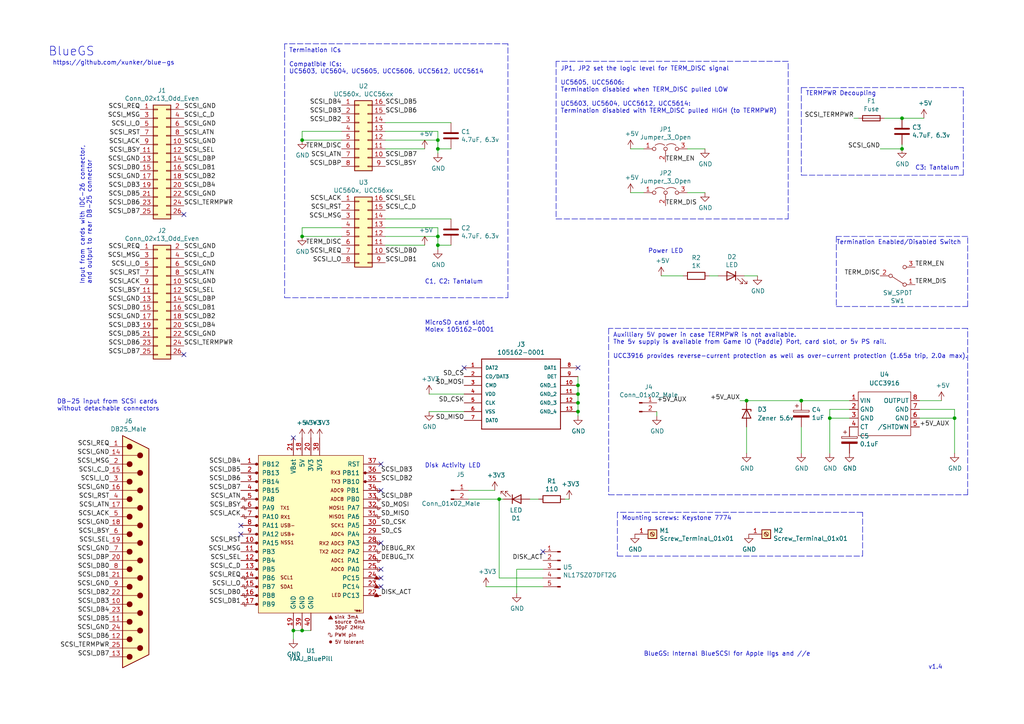
<source format=kicad_sch>
(kicad_sch (version 20211123) (generator eeschema)
  (paper "A4")
  (lib_symbols
    (symbol "105162-0001:105162-0001" (pin_names (offset 1.016))
      (property "Reference" "J" (at 29.21 7.62 0))
      (property "Value" "105162-0001" (at 29.21 5.08 0))
      (symbol "105162-0001_0_0"
        (pin bidirectional line (at 0 0 0) (length 5.08) (name "DAT2") (number "1"))
        (pin bidirectional line (at 33.02 -5.08 180) (length 5.08) (name "GND_1") (number "10"))
        (pin bidirectional line (at 33.02 -7.62 180) (length 5.08) (name "GND_2") (number "11"))
        (pin bidirectional line (at 33.02 -10.16 180) (length 5.08) (name "GND_3") (number "12"))
        (pin bidirectional line (at 33.02 -12.7 180) (length 5.08) (name "GND_4") (number "13"))
        (pin bidirectional line (at 0 -2.54 0) (length 5.08) (name "CD/DAT3") (number "2"))
        (pin bidirectional line (at 0 -5.08 0) (length 5.08) (name "CMD") (number "3"))
        (pin bidirectional line (at 0 -7.62 0) (length 5.08) (name "VDD") (number "4"))
        (pin bidirectional line (at 0 -10.16 0) (length 5.08) (name "CLK") (number "5"))
        (pin bidirectional line (at 0 -12.7 0) (length 5.08) (name "VSS") (number "6"))
        (pin bidirectional line (at 0 -15.24 0) (length 5.08) (name "DAT0") (number "7"))
        (pin bidirectional line (at 33.02 0 180) (length 5.08) (name "DAT1") (number "8"))
        (pin bidirectional line (at 33.02 -2.54 180) (length 5.08) (name "DET") (number "9"))
      )
    )
    (symbol "Connector:Conn_01x02_Male" (pin_names (offset 1.016) hide)
      (property "Reference" "J" (at 0 2.54 0))
      (property "Value" "Conn_01x02_Male" (at 0 -5.08 0))
      (symbol "Conn_01x02_Male_1_1"
        (pin passive line (at 5.08 0 180) (length 3.81) (name "Pin_1") (number "1"))
        (pin passive line (at 5.08 -2.54 180) (length 3.81) (name "Pin_2") (number "2"))
      )
    )
    (symbol "Connector:Conn_01x05_Male" (pin_names (offset 1.016) hide)
      (property "Reference" "J" (at 0 7.62 0))
      (property "Value" "Conn_01x05_Male" (at 0 -7.62 0))
      (symbol "Conn_01x05_Male_1_1"
        (pin passive line (at 5.08 5.08 180) (length 3.81) (name "Pin_1") (number "1"))
        (pin passive line (at 5.08 2.54 180) (length 3.81) (name "Pin_2") (number "2"))
        (pin passive line (at 5.08 0 180) (length 3.81) (name "Pin_3") (number "3"))
        (pin passive line (at 5.08 -2.54 180) (length 3.81) (name "Pin_4") (number "4"))
        (pin passive line (at 5.08 -5.08 180) (length 3.81) (name "Pin_5") (number "5"))
      )
    )
    (symbol "Connector:DB25_Male" (pin_names (offset 1.016) hide)
      (property "Reference" "J" (at 0 34.29 0))
      (property "Value" "DB25_Male" (at 0 -34.925 0))
      (symbol "DB25_Male_1_1"
        (pin passive line (at -7.62 -30.48 0) (length 3.81) (name "1") (number "1"))
        (pin passive line (at -7.62 15.24 0) (length 3.81) (name "10") (number "10"))
        (pin passive line (at -7.62 20.32 0) (length 3.81) (name "11") (number "11"))
        (pin passive line (at -7.62 25.4 0) (length 3.81) (name "12") (number "12"))
        (pin passive line (at -7.62 30.48 0) (length 3.81) (name "13") (number "13"))
        (pin passive line (at -7.62 -27.94 0) (length 3.81) (name "P14") (number "14"))
        (pin passive line (at -7.62 -22.86 0) (length 3.81) (name "P15") (number "15"))
        (pin passive line (at -7.62 -17.78 0) (length 3.81) (name "P16") (number "16"))
        (pin passive line (at -7.62 -12.7 0) (length 3.81) (name "P17") (number "17"))
        (pin passive line (at -7.62 -7.62 0) (length 3.81) (name "P18") (number "18"))
        (pin passive line (at -7.62 -2.54 0) (length 3.81) (name "P19") (number "19"))
        (pin passive line (at -7.62 -25.4 0) (length 3.81) (name "2") (number "2"))
        (pin passive line (at -7.62 2.54 0) (length 3.81) (name "P20") (number "20"))
        (pin passive line (at -7.62 7.62 0) (length 3.81) (name "P21") (number "21"))
        (pin passive line (at -7.62 12.7 0) (length 3.81) (name "P22") (number "22"))
        (pin passive line (at -7.62 17.78 0) (length 3.81) (name "P23") (number "23"))
        (pin passive line (at -7.62 22.86 0) (length 3.81) (name "P24") (number "24"))
        (pin passive line (at -7.62 27.94 0) (length 3.81) (name "P25") (number "25"))
        (pin passive line (at -7.62 -20.32 0) (length 3.81) (name "3") (number "3"))
        (pin passive line (at -7.62 -15.24 0) (length 3.81) (name "4") (number "4"))
        (pin passive line (at -7.62 -10.16 0) (length 3.81) (name "5") (number "5"))
        (pin passive line (at -7.62 -5.08 0) (length 3.81) (name "6") (number "6"))
        (pin passive line (at -7.62 0 0) (length 3.81) (name "7") (number "7"))
        (pin passive line (at -7.62 5.08 0) (length 3.81) (name "8") (number "8"))
        (pin passive line (at -7.62 10.16 0) (length 3.81) (name "9") (number "9"))
      )
    )
    (symbol "Connector:Screw_Terminal_01x01" (pin_names (offset 1.016) hide)
      (property "Reference" "J" (at 0 2.54 0))
      (property "Value" "Screw_Terminal_01x01" (at 0 -2.54 0))
      (symbol "Screw_Terminal_01x01_1_1"
        (pin passive line (at -5.08 0 0) (length 3.81) (name "Pin_1") (number "1"))
      )
    )
    (symbol "Connector_Generic:Conn_02x08_Counter_Clockwise" (pin_names (offset 1.016) hide)
      (property "Reference" "J" (at 1.27 10.16 0))
      (property "Value" "Conn_02x08_Counter_Clockwise" (at 1.27 -12.7 0))
      (symbol "Conn_02x08_Counter_Clockwise_1_1"
        (pin passive line (at -5.08 7.62 0) (length 3.81) (name "Pin_1") (number "1"))
        (pin passive line (at 7.62 -7.62 180) (length 3.81) (name "Pin_10") (number "10"))
        (pin passive line (at 7.62 -5.08 180) (length 3.81) (name "Pin_11") (number "11"))
        (pin passive line (at 7.62 -2.54 180) (length 3.81) (name "Pin_12") (number "12"))
        (pin passive line (at 7.62 0 180) (length 3.81) (name "Pin_13") (number "13"))
        (pin passive line (at 7.62 2.54 180) (length 3.81) (name "Pin_14") (number "14"))
        (pin passive line (at 7.62 5.08 180) (length 3.81) (name "Pin_15") (number "15"))
        (pin passive line (at 7.62 7.62 180) (length 3.81) (name "Pin_16") (number "16"))
        (pin passive line (at -5.08 5.08 0) (length 3.81) (name "Pin_2") (number "2"))
        (pin passive line (at -5.08 2.54 0) (length 3.81) (name "Pin_3") (number "3"))
        (pin passive line (at -5.08 0 0) (length 3.81) (name "Pin_4") (number "4"))
        (pin passive line (at -5.08 -2.54 0) (length 3.81) (name "Pin_5") (number "5"))
        (pin passive line (at -5.08 -5.08 0) (length 3.81) (name "Pin_6") (number "6"))
        (pin passive line (at -5.08 -7.62 0) (length 3.81) (name "Pin_7") (number "7"))
        (pin passive line (at -5.08 -10.16 0) (length 3.81) (name "Pin_8") (number "8"))
        (pin passive line (at 7.62 -10.16 180) (length 3.81) (name "Pin_9") (number "9"))
      )
    )
    (symbol "Connector_Generic:Conn_02x13_Odd_Even" (pin_names (offset 1.016) hide)
      (property "Reference" "J" (at 1.27 17.78 0))
      (property "Value" "Conn_02x13_Odd_Even" (at 1.27 -17.78 0))
      (symbol "Conn_02x13_Odd_Even_1_1"
        (pin passive line (at -5.08 15.24 0) (length 3.81) (name "Pin_1") (number "1"))
        (pin passive line (at 7.62 5.08 180) (length 3.81) (name "Pin_10") (number "10"))
        (pin passive line (at -5.08 2.54 0) (length 3.81) (name "Pin_11") (number "11"))
        (pin passive line (at 7.62 2.54 180) (length 3.81) (name "Pin_12") (number "12"))
        (pin passive line (at -5.08 0 0) (length 3.81) (name "Pin_13") (number "13"))
        (pin passive line (at 7.62 0 180) (length 3.81) (name "Pin_14") (number "14"))
        (pin passive line (at -5.08 -2.54 0) (length 3.81) (name "Pin_15") (number "15"))
        (pin passive line (at 7.62 -2.54 180) (length 3.81) (name "Pin_16") (number "16"))
        (pin passive line (at -5.08 -5.08 0) (length 3.81) (name "Pin_17") (number "17"))
        (pin passive line (at 7.62 -5.08 180) (length 3.81) (name "Pin_18") (number "18"))
        (pin passive line (at -5.08 -7.62 0) (length 3.81) (name "Pin_19") (number "19"))
        (pin passive line (at 7.62 15.24 180) (length 3.81) (name "Pin_2") (number "2"))
        (pin passive line (at 7.62 -7.62 180) (length 3.81) (name "Pin_20") (number "20"))
        (pin passive line (at -5.08 -10.16 0) (length 3.81) (name "Pin_21") (number "21"))
        (pin passive line (at 7.62 -10.16 180) (length 3.81) (name "Pin_22") (number "22"))
        (pin passive line (at -5.08 -12.7 0) (length 3.81) (name "Pin_23") (number "23"))
        (pin passive line (at 7.62 -12.7 180) (length 3.81) (name "Pin_24") (number "24"))
        (pin passive line (at -5.08 -15.24 0) (length 3.81) (name "Pin_25") (number "25"))
        (pin passive line (at 7.62 -15.24 180) (length 3.81) (name "Pin_26") (number "26"))
        (pin passive line (at -5.08 12.7 0) (length 3.81) (name "Pin_3") (number "3"))
        (pin passive line (at 7.62 12.7 180) (length 3.81) (name "Pin_4") (number "4"))
        (pin passive line (at -5.08 10.16 0) (length 3.81) (name "Pin_5") (number "5"))
        (pin passive line (at 7.62 10.16 180) (length 3.81) (name "Pin_6") (number "6"))
        (pin passive line (at -5.08 7.62 0) (length 3.81) (name "Pin_7") (number "7"))
        (pin passive line (at 7.62 7.62 180) (length 3.81) (name "Pin_8") (number "8"))
        (pin passive line (at -5.08 5.08 0) (length 3.81) (name "Pin_9") (number "9"))
      )
    )
    (symbol "Device:C" (pin_numbers hide) (pin_names (offset 0.254))
      (property "Reference" "C" (at 0.635 2.54 0))
      (property "Value" "C" (at 0.635 -2.54 0))
      (symbol "C_1_1"
        (pin passive line (at 0 3.81 270) (length 2.794) (name "~") (number "1"))
        (pin passive line (at 0 -3.81 90) (length 2.794) (name "~") (number "2"))
      )
    )
    (symbol "Device:D_Zener" (pin_numbers hide) (pin_names (offset 1.016) hide)
      (property "Reference" "D" (at 0 2.54 0))
      (property "Value" "D_Zener" (at 0 -2.54 0))
      (symbol "D_Zener_1_1"
        (pin passive line (at -3.81 0 0) (length 2.54) (name "K") (number "1"))
        (pin passive line (at 3.81 0 180) (length 2.54) (name "A") (number "2"))
      )
    )
    (symbol "Device:Fuse" (pin_numbers hide) (pin_names (offset 0))
      (property "Reference" "F" (at 2.032 0 90))
      (property "Value" "Fuse" (at -1.905 0 90))
      (symbol "Fuse_1_1"
        (pin passive line (at 0 3.81 270) (length 1.27) (name "~") (number "1"))
        (pin passive line (at 0 -3.81 90) (length 1.27) (name "~") (number "2"))
      )
    )
    (symbol "Device:LED" (pin_numbers hide) (pin_names (offset 1.016) hide)
      (property "Reference" "D" (at 0 2.54 0))
      (property "Value" "LED" (at 0 -2.54 0))
      (symbol "LED_1_1"
        (pin passive line (at -3.81 0 0) (length 2.54) (name "K") (number "1"))
        (pin passive line (at 3.81 0 180) (length 2.54) (name "A") (number "2"))
      )
    )
    (symbol "Device:R" (pin_numbers hide) (pin_names (offset 0))
      (property "Reference" "R" (at 2.032 0 90))
      (property "Value" "R" (at 0 0 90))
      (symbol "R_1_1"
        (pin passive line (at 0 3.81 270) (length 1.27) (name "~") (number "1"))
        (pin passive line (at 0 -3.81 90) (length 1.27) (name "~") (number "2"))
      )
    )
    (symbol "Power_Management:UCC3916"
      (property "Reference" "U" (at 0 2.54 0))
      (property "Value" "UCC3916" (at 0 5.08 0))
      (symbol "UCC3916_1_1"
        (pin input line (at -10.16 -1.27 0) (length 2.54) (name "VIN") (number "1"))
        (pin output line (at -10.16 -3.81 0) (length 2.54) (name "GND") (number "2"))
        (pin output line (at -10.16 -6.35 0) (length 2.54) (name "GND") (number "3"))
        (pin bidirectional line (at -10.16 -8.89 0) (length 2.54) (name "CT") (number "4"))
        (pin input line (at 10.16 -8.89 180) (length 2.54) (name "/SHTDWN") (number "5"))
        (pin output line (at 10.16 -6.35 180) (length 2.54) (name "GND") (number "6"))
        (pin output line (at 10.16 -3.81 180) (length 2.54) (name "GND") (number "7"))
        (pin output line (at 10.16 -1.27 180) (length 2.54) (name "OUTPUT") (number "8"))
      )
    )
    (symbol "Switch:SW_SPDT" (pin_names (offset 0) hide)
      (property "Reference" "SW" (at 0 4.318 0))
      (property "Value" "SW_SPDT" (at 0 -5.08 0))
      (symbol "SW_SPDT_1_1"
        (pin passive line (at 5.08 2.54 180) (length 2.54) (name "A") (number "1"))
        (pin passive line (at -5.08 0 0) (length 2.54) (name "B") (number "2"))
        (pin passive line (at 5.08 -2.54 180) (length 2.54) (name "C") (number "3"))
      )
    )
    (symbol "bluescsi_iigs_internal-rescue:CP-Device" (pin_numbers hide) (pin_names (offset 0.254))
      (property "Reference" "C" (at 0.635 2.54 0))
      (property "Value" "CP-Device" (at 0.635 -2.54 0))
      (symbol "CP-Device_1_1"
        (pin passive line (at 0 3.81 270) (length 2.794) (name "~") (number "1"))
        (pin passive line (at 0 -3.81 90) (length 2.794) (name "~") (number "2"))
      )
    )
    (symbol "bluescsi_iigs_internal-rescue:Jumper_3_Open-Jumper" (pin_names (offset 0) hide)
      (property "Reference" "JP" (at -2.54 -2.54 0))
      (property "Value" "Jumper_3_Open-Jumper" (at 0 2.794 0))
      (symbol "Jumper_3_Open-Jumper_1_1"
        (pin passive line (at -6.35 0 0) (length 2.54) (name "A") (number "1"))
        (pin input line (at 0 -3.81 90) (length 2.54) (name "C") (number "2"))
        (pin passive line (at 6.35 0 180) (length 2.54) (name "B") (number "3"))
      )
    )
    (symbol "bluescsi_iigs_internal-rescue:YAAJ_BluePill-MCU_ST_STM32F1" (pin_names (offset 1.016))
      (property "Reference" "U" (at -13.97 24.13 0))
      (property "Value" "YAAJ_BluePill-MCU_ST_STM32F1" (at 0 6.35 90))
      (symbol "YAAJ_BluePill-MCU_ST_STM32F1_0_0"
        (text "30pF 2MHz" (at 11.176 -27.051 0) (effects (font (size 0.9906 0.9906))))
        (text "5V tolerant" (at 11.176 -31.242 0) (effects (font (size 0.9906 0.9906))))
        (text "ADC0" (at 7.747 -10.16 0) (effects (font (size 0.9906 0.9906))))
        (text "ADC1" (at 7.747 -7.62 0) (effects (font (size 0.9906 0.9906))))
        (text "ADC2" (at 7.747 -5.08 0) (effects (font (size 0.9906 0.9906))))
        (text "ADC3" (at 7.747 -2.667 0) (effects (font (size 0.9906 0.9906))))
        (text "ADC4" (at 7.747 0 0) (effects (font (size 0.9906 0.9906))))
        (text "ADC8" (at 7.62 10.16 0) (effects (font (size 0.9906 0.9906))))
        (text "ADC9" (at 7.62 12.7 0) (effects (font (size 0.9906 0.9906))))
        (text "LED" (at 7.366 -17.653 0) (effects (font (size 0.9906 0.9906))))
        (text "MISO1" (at 7.493 5.08 0) (effects (font (size 0.9906 0.9906))))
        (text "MOSI1" (at 7.493 7.62 0) (effects (font (size 0.9906 0.9906))))
        (text "NSS1" (at -6.858 -2.413 0) (effects (font (size 0.9906 0.9906))))
        (text "PWM pin" (at 10.033 -29.21 0) (effects (font (size 0.9906 0.9906))))
        (text "RX1" (at -7.366 4.953 0) (effects (font (size 0.9906 0.9906))))
        (text "RX2" (at 3.81 -2.667 0) (effects (font (size 0.9906 0.9906))))
        (text "RX3" (at 7.112 17.78 0) (effects (font (size 0.9906 0.9906))))
        (text "SCK1" (at 7.747 2.54 0) (effects (font (size 0.9906 0.9906))))
        (text "SCL1" (at -6.985 -12.573 0) (effects (font (size 0.9906 0.9906))))
        (text "SDA1" (at -6.985 -15.24 0) (effects (font (size 0.9906 0.9906))))
        (text "sink 3mA" (at 10.287 -24.003 0) (effects (font (size 0.9906 0.9906))))
        (text "source 0mA" (at 11.303 -25.4 0) (effects (font (size 0.9906 0.9906))))
        (text "TX1" (at -7.493 7.62 0) (effects (font (size 0.9906 0.9906))))
        (text "TX2" (at 3.81 -5.08 0) (effects (font (size 0.9906 0.9906))))
        (text "TX3" (at 7.239 15.24 0) (effects (font (size 0.9906 0.9906))))
        (text "USB+" (at -6.731 0 0) (effects (font (size 0.9906 0.9906))))
        (text "USB-" (at -6.731 2.54 0) (effects (font (size 0.9906 0.9906))))
        (text "Y@@J" (at 13.6906 -22.1488 0) (effects (font (size 0.508 0.508))))
      )
      (symbol "YAAJ_BluePill-MCU_ST_STM32F1_1_1"
        (pin bidirectional line (at -20.32 20.32 0) (length 5.08) (name "PB12") (number "1"))
        (pin bidirectional line (at -20.32 -2.54 0) (length 5.08) (name "PA15") (number "10"))
        (pin bidirectional line (at -20.32 -5.08 0) (length 5.08) (name "PB3") (number "11"))
        (pin bidirectional line (at -20.32 -7.62 0) (length 5.08) (name "PB4") (number "12"))
        (pin bidirectional line (at -20.32 -10.16 0) (length 5.08) (name "PB5") (number "13"))
        (pin bidirectional line (at -20.32 -12.7 0) (length 5.08) (name "PB6") (number "14"))
        (pin bidirectional line (at -20.32 -15.24 0) (length 5.08) (name "PB7") (number "15"))
        (pin bidirectional line (at -20.32 -17.78 0) (length 5.08) (name "PB8") (number "16"))
        (pin bidirectional line (at -20.32 -20.32 0) (length 5.08) (name "PB9") (number "17"))
        (pin power_in line (at -2.54 27.94 270) (length 5.08) (name "5V") (number "18"))
        (pin power_in line (at -5.08 -27.94 90) (length 5.08) (name "GND") (number "19"))
        (pin bidirectional line (at -20.32 17.78 0) (length 5.08) (name "PB13") (number "2"))
        (pin power_in line (at 0 27.94 270) (length 5.08) (name "3V3") (number "20"))
        (pin power_in line (at -5.08 27.94 270) (length 5.08) (name "VBat") (number "21"))
        (pin bidirectional line (at 20.32 -17.78 180) (length 5.08) (name "PC13") (number "22"))
        (pin bidirectional line (at 20.32 -15.24 180) (length 5.08) (name "PC14") (number "23"))
        (pin bidirectional line (at 20.32 -12.7 180) (length 5.08) (name "PC15") (number "24"))
        (pin bidirectional line (at 20.32 -10.16 180) (length 5.08) (name "PA0") (number "25"))
        (pin bidirectional line (at 20.32 -7.62 180) (length 5.08) (name "PA1") (number "26"))
        (pin bidirectional line (at 20.32 -5.08 180) (length 5.08) (name "PA2") (number "27"))
        (pin bidirectional line (at 20.32 -2.54 180) (length 5.08) (name "PA3") (number "28"))
        (pin bidirectional line (at 20.32 0 180) (length 5.08) (name "PA4") (number "29"))
        (pin bidirectional line (at -20.32 15.24 0) (length 5.08) (name "PB14") (number "3"))
        (pin bidirectional line (at 20.32 2.54 180) (length 5.08) (name "PA5") (number "30"))
        (pin bidirectional line (at 20.32 5.08 180) (length 5.08) (name "PA6") (number "31"))
        (pin bidirectional line (at 20.32 7.62 180) (length 5.08) (name "PA7") (number "32"))
        (pin bidirectional line (at 20.32 10.16 180) (length 5.08) (name "PB0") (number "33"))
        (pin bidirectional line (at 20.32 12.7 180) (length 5.08) (name "PB1") (number "34"))
        (pin bidirectional line (at 20.32 15.24 180) (length 5.08) (name "PB10") (number "35"))
        (pin bidirectional line (at 20.32 17.78 180) (length 5.08) (name "PB11") (number "36"))
        (pin input line (at 20.32 20.32 180) (length 5.08) (name "RST") (number "37"))
        (pin power_in line (at 2.54 27.94 270) (length 5.08) (name "3V3") (number "38"))
        (pin power_in line (at -2.54 -27.94 90) (length 5.08) (name "GND") (number "39"))
        (pin bidirectional line (at -20.32 12.7 0) (length 5.08) (name "PB15") (number "4"))
        (pin power_in line (at 0 -27.94 90) (length 5.08) (name "GND") (number "40"))
        (pin bidirectional line (at -20.32 10.16 0) (length 5.08) (name "PA8") (number "5"))
        (pin bidirectional line (at -20.32 7.62 0) (length 5.08) (name "PA9") (number "6"))
        (pin bidirectional line (at -20.32 5.08 0) (length 5.08) (name "PA10") (number "7"))
        (pin bidirectional line (at -20.32 2.54 0) (length 5.08) (name "PA11") (number "8"))
        (pin bidirectional line (at -20.32 0 0) (length 5.08) (name "PA12") (number "9"))
      )
    )
    (symbol "power:+3.3V" (power) (pin_names (offset 0))
      (property "Value" "+3.3V" (at 0 3.556 0))
      (symbol "+3.3V_1_1"
        (pin power_in line (at 0 0 90) (length 0) hide (name "+3V3") (number "1"))
      )
    )
    (symbol "power:+5V" (power) (pin_names (offset 0))
      (property "Value" "+5V" (at 0 3.556 0))
      (symbol "+5V_1_1"
        (pin power_in line (at 0 0 90) (length 0) hide (name "+5V") (number "1"))
      )
    )
    (symbol "power:GND" (power) (pin_names (offset 0))
      (property "Value" "GND" (at 0 -3.81 0))
      (symbol "GND_1_1"
        (pin power_in line (at 0 0 270) (length 0) hide (name "GND") (number "1"))
      )
    )
  )
  (junction (at 87.63 40.64))
  (junction (at 127 40.64))
  (junction (at 167.64 119.38))
  (junction (at 127 68.58))
  (junction (at 261.62 34.29))
  (junction (at 144.78 144.78))
  (junction (at 167.64 114.3))
  (junction (at 167.64 116.84))
  (junction (at 85.09 182.88))
  (junction (at 127 43.18))
  (junction (at 276.86 121.285))
  (junction (at 87.63 182.88))
  (junction (at 127 71.12))
  (junction (at 232.41 116.205))
  (junction (at 240.665 121.285))
  (junction (at 87.63 68.58))
  (junction (at 167.64 111.76))
  (junction (at 261.62 43.18))
  (junction (at 216.535 116.205))
  (no_connect (at 53.34 62.23))
  (no_connect (at 53.34 102.87))
  (no_connect (at 85.09 127))
  (no_connect (at 69.85 154.94))
  (no_connect (at 110.49 157.48))
  (no_connect (at 110.49 142.24))
  (no_connect (at 134.62 106.68))
  (no_connect (at 110.49 170.18))
  (no_connect (at 110.49 134.62))
  (no_connect (at 69.85 152.4))
  (no_connect (at 157.48 160.02))
  (no_connect (at 167.64 106.68))
  (no_connect (at 110.49 167.64))
  (no_connect (at 110.49 165.1))
  (wire (pts (xy 216.535 116.205) (xy 232.41 116.205)))
  (polyline (pts (xy 228.6 63.5) (xy 228.6 17.78)))
  (wire (pts (xy 87.63 38.1) (xy 87.63 40.64)))
  (polyline (pts (xy 228.6 17.78) (xy 161.29 17.78)))
  (wire (pts (xy 266.7 116.205) (xy 273.05 116.205)))
  (polyline (pts (xy 280.67 68.58) (xy 242.57 68.58)))
  (wire (pts (xy 199.39 55.88) (xy 204.47 55.88)))
  (wire (pts (xy 276.86 131.445) (xy 276.86 121.285)))
  (wire (pts (xy 199.39 43.18) (xy 204.47 43.18)))
  (wire (pts (xy 127 38.1) (xy 127 40.64)))
  (polyline (pts (xy 242.57 68.58) (xy 242.57 88.9)))
  (wire (pts (xy 167.64 114.3) (xy 167.64 116.84)))
  (wire (pts (xy 232.41 116.205) (xy 246.38 116.205)))
  (wire (pts (xy 130.81 43.18) (xy 127 43.18)))
  (wire (pts (xy 216.535 123.825) (xy 216.535 131.445)))
  (wire (pts (xy 240.665 121.285) (xy 240.665 131.445)))
  (polyline (pts (xy 179.07 161.29) (xy 250.19 161.29)))
  (wire (pts (xy 232.41 123.825) (xy 232.41 131.445)))
  (wire (pts (xy 127 68.58) (xy 127 71.12)))
  (wire (pts (xy 111.76 71.12) (xy 123.19 71.12)))
  (wire (pts (xy 87.63 182.88) (xy 90.17 182.88)))
  (wire (pts (xy 85.09 182.88) (xy 85.09 185.42)))
  (wire (pts (xy 246.38 118.745) (xy 240.665 118.745)))
  (wire (pts (xy 111.76 35.56) (xy 130.81 35.56)))
  (wire (pts (xy 182.88 55.88) (xy 186.69 55.88)))
  (polyline (pts (xy 279.4 50.8) (xy 279.4 25.4)))
  (wire (pts (xy 87.63 40.64) (xy 99.06 40.64)))
  (wire (pts (xy 167.64 119.38) (xy 167.64 120.65)))
  (wire (pts (xy 167.64 111.76) (xy 167.64 114.3)))
  (wire (pts (xy 111.76 40.64) (xy 127 40.64)))
  (wire (pts (xy 157.48 165.1) (xy 149.86 165.1)))
  (polyline (pts (xy 176.53 95.25) (xy 176.53 143.51)))
  (wire (pts (xy 198.12 80.01) (xy 191.77 80.01)))
  (wire (pts (xy 111.76 43.18) (xy 123.19 43.18)))
  (polyline (pts (xy 232.41 25.4) (xy 279.4 25.4)))
  (wire (pts (xy 87.63 66.04) (xy 99.06 66.04)))
  (polyline (pts (xy 161.29 17.78) (xy 161.29 63.5)))
  (wire (pts (xy 144.78 167.64) (xy 144.78 144.78)))
  (wire (pts (xy 140.97 170.18) (xy 157.48 170.18)))
  (polyline (pts (xy 161.29 63.5) (xy 228.6 63.5)))
  (polyline (pts (xy 147.32 86.36) (xy 147.32 12.7)))
  (wire (pts (xy 163.83 144.78) (xy 165.1 144.78)))
  (polyline (pts (xy 280.67 95.25) (xy 176.53 95.25)))
  (wire (pts (xy 261.62 43.18) (xy 261.62 41.91)))
  (wire (pts (xy 261.62 34.29) (xy 267.97 34.29)))
  (wire (pts (xy 167.64 109.22) (xy 167.64 111.76)))
  (wire (pts (xy 144.78 144.78) (xy 146.05 144.78)))
  (wire (pts (xy 240.665 121.285) (xy 246.38 121.285)))
  (wire (pts (xy 157.48 167.64) (xy 144.78 167.64)))
  (polyline (pts (xy 250.19 161.29) (xy 250.19 148.59)))
  (wire (pts (xy 190.5 119.38) (xy 190.5 120.65)))
  (wire (pts (xy 240.665 118.745) (xy 240.665 121.285)))
  (wire (pts (xy 87.63 66.04) (xy 87.63 68.58)))
  (polyline (pts (xy 280.67 88.9) (xy 280.67 68.58)))
  (wire (pts (xy 276.86 121.285) (xy 276.86 118.745)))
  (wire (pts (xy 127 43.18) (xy 127 44.45)))
  (wire (pts (xy 111.76 38.1) (xy 127 38.1)))
  (polyline (pts (xy 232.41 50.8) (xy 279.4 50.8)))
  (wire (pts (xy 266.7 121.285) (xy 276.86 121.285)))
  (wire (pts (xy 266.7 118.745) (xy 276.86 118.745)))
  (wire (pts (xy 135.89 144.78) (xy 144.78 144.78)))
  (wire (pts (xy 124.46 114.3) (xy 134.62 114.3)))
  (wire (pts (xy 87.63 68.58) (xy 99.06 68.58)))
  (wire (pts (xy 214.63 116.205) (xy 216.535 116.205)))
  (wire (pts (xy 167.64 116.84) (xy 167.64 119.38)))
  (polyline (pts (xy 179.07 148.59) (xy 179.07 161.29)))
  (wire (pts (xy 256.54 34.29) (xy 261.62 34.29)))
  (polyline (pts (xy 280.67 143.51) (xy 280.67 95.25)))
  (wire (pts (xy 135.89 142.24) (xy 143.51 142.24)))
  (polyline (pts (xy 82.55 86.36) (xy 147.32 86.36)))
  (wire (pts (xy 111.76 66.04) (xy 127 66.04)))
  (wire (pts (xy 87.63 38.1) (xy 99.06 38.1)))
  (wire (pts (xy 127 71.12) (xy 127 72.39)))
  (wire (pts (xy 134.62 119.38) (xy 124.46 119.38)))
  (polyline (pts (xy 250.19 148.59) (xy 179.07 148.59)))
  (polyline (pts (xy 242.57 88.9) (xy 280.67 88.9)))
  (polyline (pts (xy 82.55 12.7) (xy 82.55 86.36)))
  (polyline (pts (xy 232.41 25.4) (xy 232.41 50.8)))
  (polyline (pts (xy 176.53 143.51) (xy 280.67 143.51)))
  (wire (pts (xy 182.88 43.18) (xy 186.69 43.18)))
  (wire (pts (xy 111.76 68.58) (xy 127 68.58)))
  (wire (pts (xy 255.27 43.18) (xy 261.62 43.18)))
  (wire (pts (xy 149.86 165.1) (xy 149.86 172.085)))
  (wire (pts (xy 205.74 80.01) (xy 208.28 80.01)))
  (polyline (pts (xy 147.32 12.7) (xy 82.55 12.7)))
  (wire (pts (xy 153.67 144.78) (xy 156.21 144.78)))
  (wire (pts (xy 127 66.04) (xy 127 68.58)))
  (wire (pts (xy 247.65 34.29) (xy 248.92 34.29)))
  (wire (pts (xy 127 40.64) (xy 127 43.18)))
  (wire (pts (xy 85.09 182.88) (xy 87.63 182.88)))
  (wire (pts (xy 130.81 71.12) (xy 127 71.12)))
  (wire (pts (xy 215.9 80.01) (xy 219.71 80.01)))
  (wire (pts (xy 111.76 63.5) (xy 130.81 63.5)))
  (text "C3: Tantalum" (at 265.43 49.53 0) (effects (font (size 1.27 1.27)) (justify left bottom)))
  (text "BlueGS" (at 13.97 16.51 0) (effects (font (size 2.54 2.54)) (justify left bottom)))
  (text "Termination Enabled/Disabled Switch" (at 242.57 71.12 0) (effects (font (size 1.27 1.27)) (justify left bottom)))
  (text "Power LED" (at 187.96 73.66 0) (effects (font (size 1.27 1.27)) (justify left bottom)))
  (text "https://github.com/xunker/blue-gs" (at 15.24 19.05 0) (effects (font (size 1.27 1.27)) (justify left bottom)))
  (text "JP1, JP2 set the logic level for TERM_DISC signal\n\nUC5605, UCC5606:\nTermination disabled when TERM_DISC pulled LOW\n\nUC5603, UC5604, UCC5612, UCC5614:\nTermination disabled with TERM_DISC pulled HIGH (to TERMPWR)" (at 162.56 33.02 0) (effects (font (size 1.27 1.27)) (justify left bottom)))
  (text "DB-25 input from SCSI cards\nwithout detachable connectors" (at 16.51 119.38 0) (effects (font (size 1.27 1.27)) (justify left bottom)))
  (text "C1, C2: Tantalum" (at 123.19 82.55 0) (effects (font (size 1.27 1.27)) (justify left bottom)))
  (text "Mounting screws: Keystone 7774" (at 180.34 151.13 0) (effects (font (size 1.27 1.27)) (justify left bottom)))
  (text "Auxilliary 5V power in case TERMPWR is not available.\nThe 5v supply is available from Game IO (Paddle) Port, card slot, or 5v PS rail.\n\nUCC3916 provides reverse-current protection as well as over-current protection (1.65a trip, 2.0a max)." (at 177.8 104.14 0) (effects (font (size 1.27 1.27)) (justify left bottom)))
  (text "BlueGS: Internal BlueSCSI for Apple IIgs and //e" (at 186.69 190.5 0) (effects (font (size 1.27 1.27)) (justify left bottom)))
  (text "Disk Activity LED" (at 123.19 135.89 0) (effects (font (size 1.27 1.27)) (justify left bottom)))
  (text "Input from cards with IDC-26 connector,\nand output to rear DB-25 connector" (at 26.67 82.55 90) (effects (font (size 1.27 1.27)) (justify left bottom)))
  (text "MicroSD card slot\nMolex 105162-0001" (at 123.19 96.52 0) (effects (font (size 1.27 1.27)) (justify left bottom)))
  (text "TERMPWR Decoupling" (at 233.68 27.94 0) (effects (font (size 1.27 1.27)) (justify left bottom)))
  (text "Termination ICs\n\nCompatible ICs:\nUC5603, UC5604, UC5605, UCC5606, UCC5612, UCC5614" (at 83.82 21.59 0) (effects (font (size 1.27 1.27)) (justify left bottom)))
  (text "v1.4" (at 269.24 194.31 0) (effects (font (size 1.27 1.27)) (justify left bottom)))
  (label "SCSI_GND" (at 53.34 31.75 0))
  (label "SCSI_DB2" (at 110.49 139.7 0))
  (label "SCSI_DB6" (at 40.64 100.33 180))
  (label "SCSI_DB4" (at 53.34 95.25 0))
  (label "SD_MOSI" (at 110.49 147.32 0))
  (label "SCSI_MSG" (at 31.75 134.62 180))
  (label "SCSI_C_D" (at 111.76 60.96 0))
  (label "SCSI_GND" (at 31.75 142.24 180))
  (label "SCSI_GND" (at 40.64 46.99 180))
  (label "SCSI_GND" (at 53.34 36.83 0))
  (label "TERM_EN" (at 265.43 77.47 0))
  (label "SCSI_DB7" (at 40.64 62.23 180))
  (label "SCSI_DB1" (at 53.34 49.53 0))
  (label "SCSI_DB3" (at 110.49 137.16 0))
  (label "+5V_AUX" (at 266.7 123.825 0))
  (label "SCSI_TERMPWR" (at 53.34 100.33 0))
  (label "SCSI_DB0" (at 31.75 165.1 180))
  (label "SCSI_DB2" (at 99.06 35.56 180))
  (label "SCSI_BSY" (at 69.85 147.32 180))
  (label "SCSI_RST" (at 40.64 80.01 180))
  (label "SCSI_TERMPWR" (at 31.75 187.96 180))
  (label "SCSI_GND" (at 53.34 41.91 0))
  (label "SCSI_I_O" (at 31.75 139.7 180))
  (label "SCSI_ATN" (at 53.34 80.01 0))
  (label "SCSI_DB1" (at 111.76 76.2 0))
  (label "SCSI_BSY" (at 40.64 44.45 180))
  (label "SCSI_DB5" (at 40.64 97.79 180))
  (label "DISK_ACT" (at 110.49 172.72 0))
  (label "SCSI_REQ" (at 40.64 72.39 180))
  (label "SCSI_I_O" (at 40.64 36.83 180))
  (label "SCSI_SEL" (at 111.76 58.42 0))
  (label "SCSI_I_O" (at 69.85 170.18 180))
  (label "SCSI_DB6" (at 69.85 139.7 180))
  (label "TERM_DIS" (at 265.43 82.55 0))
  (label "SCSI_DB4" (at 53.34 54.61 0))
  (label "SCSI_GND" (at 40.64 87.63 180))
  (label "SD_MISO" (at 110.49 149.86 0))
  (label "SCSI_GND" (at 40.64 92.71 180))
  (label "SCSI_C_D" (at 53.34 74.93 0))
  (label "SD_CSK" (at 134.62 116.84 180))
  (label "SCSI_REQ" (at 99.06 73.66 180))
  (label "DEBUG_RX" (at 110.49 160.02 0))
  (label "SCSI_RST" (at 69.85 157.48 180))
  (label "SCSI_DB2" (at 53.34 92.71 0))
  (label "SCSI_DB0" (at 111.76 73.66 0))
  (label "TERM_DIS" (at 193.04 59.69 0))
  (label "TERM_DISC" (at 255.27 80.01 180))
  (label "SCSI_MSG" (at 99.06 63.5 180))
  (label "SCSI_GND" (at 53.34 57.15 0))
  (label "SD_MISO" (at 134.62 121.92 180))
  (label "SCSI_DB4" (at 69.85 134.62 180))
  (label "SCSI_MSG" (at 40.64 34.29 180))
  (label "SCSI_DBP" (at 53.34 87.63 0))
  (label "SCSI_TERMPWR" (at 53.34 59.69 0))
  (label "SCSI_C_D" (at 53.34 34.29 0))
  (label "SCSI_ATN" (at 69.85 144.78 180))
  (label "SCSI_RST" (at 31.75 144.78 180))
  (label "SCSI_DB6" (at 111.76 33.02 0))
  (label "SCSI_REQ" (at 69.85 167.64 180))
  (label "SCSI_DB3" (at 40.64 95.25 180))
  (label "SCSI_I_O" (at 99.06 76.2 180))
  (label "SCSI_DB2" (at 53.34 52.07 0))
  (label "SD_CS" (at 110.49 154.94 0))
  (label "SCSI_DB5" (at 40.64 57.15 180))
  (label "SCSI_GND" (at 53.34 72.39 0))
  (label "SCSI_BSY" (at 40.64 85.09 180))
  (label "SCSI_ACK" (at 31.75 149.86 180))
  (label "SCSI_DB3" (at 99.06 33.02 180))
  (label "SCSI_DBP" (at 53.34 46.99 0))
  (label "SCSI_TERMPWR" (at 247.65 34.29 180))
  (label "DEBUG_TX" (at 110.49 162.56 0))
  (label "SCSI_MSG" (at 69.85 160.02 180))
  (label "SD_CSK" (at 110.49 152.4 0))
  (label "SCSI_SEL" (at 53.34 85.09 0))
  (label "TERM_EN" (at 193.04 46.99 0))
  (label "SCSI_DB7" (at 40.64 102.87 180))
  (label "SCSI_SEL" (at 31.75 157.48 180))
  (label "SCSI_RST" (at 99.06 60.96 180))
  (label "SCSI_DB3" (at 31.75 175.26 180))
  (label "SCSI_DB6" (at 40.64 59.69 180))
  (label "SCSI_GND" (at 40.64 52.07 180))
  (label "SCSI_DB2" (at 31.75 172.72 180))
  (label "SCSI_GND" (at 31.75 132.08 180))
  (label "SCSI_DB1" (at 53.34 90.17 0))
  (label "SCSI_DB5" (at 69.85 137.16 180))
  (label "SCSI_GND" (at 31.75 152.4 180))
  (label "SD_CS" (at 134.62 109.22 180))
  (label "SCSI_DB7" (at 69.85 142.24 180))
  (label "SCSI_C_D" (at 31.75 137.16 180))
  (label "SCSI_DB6" (at 31.75 185.42 180))
  (label "SCSI_ACK" (at 40.64 41.91 180))
  (label "SCSI_DB5" (at 111.76 30.48 0))
  (label "SCSI_BSY" (at 31.75 154.94 180))
  (label "SCSI_ACK" (at 69.85 149.86 180))
  (label "SCSI_GND" (at 53.34 82.55 0))
  (label "SCSI_I_O" (at 40.64 77.47 180))
  (label "SCSI_BSY" (at 111.76 48.26 0))
  (label "SCSI_RST" (at 40.64 39.37 180))
  (label "SCSI_DB7" (at 111.76 45.72 0))
  (label "SCSI_GND" (at 31.75 160.02 180))
  (label "+5V_AUX" (at 214.63 116.205 180))
  (label "SCSI_DB4" (at 99.06 30.48 180))
  (label "TERM_DISC" (at 99.06 71.12 180))
  (label "SCSI_SEL" (at 53.34 44.45 0))
  (label "SCSI_GND" (at 255.27 43.18 180))
  (label "SCSI_REQ" (at 31.75 129.54 180))
  (label "SCSI_GND" (at 53.34 77.47 0))
  (label "SCSI_C_D" (at 69.85 165.1 180))
  (label "SCSI_DB3" (at 40.64 54.61 180))
  (label "SCSI_DB4" (at 31.75 177.8 180))
  (label "SCSI_ATN" (at 53.34 39.37 0))
  (label "SCSI_ATN" (at 31.75 147.32 180))
  (label "DISK_ACT" (at 157.48 162.56 180))
  (label "SCSI_DBP" (at 31.75 162.56 180))
  (label "TERM_DISC" (at 99.06 43.18 180))
  (label "SCSI_ATN" (at 99.06 45.72 180))
  (label "SCSI_SEL" (at 69.85 162.56 180))
  (label "SCSI_DBP" (at 99.06 48.26 180))
  (label "SCSI_DB1" (at 31.75 167.64 180))
  (label "SD_MOSI" (at 134.62 111.76 180))
  (label "SCSI_GND" (at 31.75 182.88 180))
  (label "SCSI_DB0" (at 69.85 172.72 180))
  (label "SCSI_GND" (at 31.75 170.18 180))
  (label "SCSI_DB7" (at 31.75 190.5 180))
  (label "SCSI_ACK" (at 99.06 58.42 180))
  (label "SCSI_DB0" (at 40.64 90.17 180))
  (label "SCSI_DB0" (at 40.64 49.53 180))
  (label "SCSI_GND" (at 53.34 97.79 0))
  (label "SCSI_REQ" (at 40.64 31.75 180))
  (label "SCSI_ACK" (at 40.64 82.55 180))
  (label "SCSI_DB5" (at 31.75 180.34 180))
  (label "SCSI_MSG" (at 40.64 74.93 180))
  (label "SCSI_DB1" (at 69.85 175.26 180))
  (label "SCSI_DBP" (at 110.49 144.78 0))
  (label "+5V_AUX" (at 190.5 116.84 0))
  (symbol (lib_id "bluescsi_iigs_internal-rescue:YAAJ_BluePill-MCU_ST_STM32F1") (at 90.17 154.94 0) (unit 1)
    (property "Reference" "U1" (at 90.17 188.7474 0))
    (property "Value" "YAAJ_BluePill" (at 90.17 191.0588 0))
    (property "Footprint" "my library:YAAJ_BluePill_2" (effects hide))
  )
  (symbol (lib_id "Connector_Generic:Conn_02x13_Odd_Even") (at 45.72 46.99 0) (unit 1)
    (property "Reference" "J1" (at 46.99 26.2382 0))
    (property "Value" "Conn_02x13_Odd_Even" (at 46.99 28.5496 0))
    (property "Footprint" "Connector_PinHeader_2.54mm:PinHeader_2x13_P2.54mm_Vertical" (effects hide))
  )
  (symbol (lib_id "Connector_Generic:Conn_02x13_Odd_Even") (at 45.72 87.63 0) (unit 1)
    (property "Reference" "J2" (at 46.99 66.8782 0))
    (property "Value" "Conn_02x13_Odd_Even" (at 46.99 69.1896 0))
    (property "Footprint" "Connector_PinHeader_2.54mm:PinHeader_2x13_P2.54mm_Vertical" (effects hide))
  )
  (symbol (lib_id "power:+5V") (at 267.97 34.29 0) (unit 1)
    (property "Reference" "#PWR0101" (effects hide))
    (property "Value" "+5V" (at 268.351 29.8958 0))
  )
  (symbol (lib_id "power:GND") (at 261.62 43.18 0) (unit 1)
    (property "Reference" "#PWR0102" (effects hide))
    (property "Value" "GND" (at 261.747 47.5742 0))
  )
  (symbol (lib_id "power:GND") (at 85.09 185.42 0) (unit 1)
    (property "Reference" "#PWR0103" (effects hide))
    (property "Value" "GND" (at 85.217 189.8142 0))
  )
  (symbol (lib_id "power:+5V") (at 87.63 127 0) (unit 1)
    (property "Reference" "#PWR0104" (effects hide))
    (property "Value" "+5V" (at 88.011 122.6058 0))
  )
  (symbol (lib_id "power:+3.3V") (at 124.46 114.3 0) (unit 1)
    (property "Reference" "#PWR0105" (effects hide))
    (property "Value" "+3.3V" (at 124.841 109.9058 0))
  )
  (symbol (lib_id "power:+3.3V") (at 90.17 127 0) (unit 1)
    (property "Reference" "#PWR0106" (effects hide))
    (property "Value" "+3.3V" (at 90.551 122.6058 0))
  )
  (symbol (lib_id "power:+3.3V") (at 92.71 127 0) (unit 1)
    (property "Reference" "#PWR0107" (effects hide))
    (property "Value" "+3.3V" (at 93.091 122.6058 0))
  )
  (symbol (lib_id "power:GND") (at 167.64 120.65 0) (unit 1)
    (property "Reference" "#PWR0108" (effects hide))
    (property "Value" "GND" (at 167.767 125.0442 0))
  )
  (symbol (lib_id "Switch:SW_SPDT") (at 260.35 80.01 0) (mirror x) (unit 1)
    (property "Reference" "SW1" (at 260.35 87.249 0))
    (property "Value" "SW_SPDT" (at 260.35 84.9376 0))
    (property "Footprint" "Button_Switch_SMD:SW_SPDT_PCM12" (effects hide))
  )
  (symbol (lib_id "Device:LED") (at 212.09 80.01 0) (mirror y) (unit 1)
    (property "Reference" "D2" (at 212.2678 74.4982 0))
    (property "Value" "LED" (at 212.2678 76.8096 0))
    (property "Footprint" "LED_SMD:LED_0805_2012Metric_Pad1.15x1.40mm_HandSolder" (effects hide))
  )
  (symbol (lib_id "Device:LED") (at 149.86 144.78 0) (mirror x) (unit 1)
    (property "Reference" "D1" (at 149.6822 150.2918 0))
    (property "Value" "LED" (at 149.6822 147.9804 0))
    (property "Footprint" "LED_SMD:LED_0805_2012Metric_Pad1.15x1.40mm_HandSolder" (effects hide))
  )
  (symbol (lib_id "Device:R") (at 160.02 144.78 270) (unit 1)
    (property "Reference" "R1" (at 160.02 139.5222 90))
    (property "Value" "110" (at 160.02 141.8336 90))
    (property "Footprint" "Resistor_SMD:R_0805_2012Metric_Pad1.20x1.40mm_HandSolder" (effects hide))
  )
  (symbol (lib_id "Device:R") (at 201.93 80.01 270) (unit 1)
    (property "Reference" "R2" (at 201.93 74.7522 90))
    (property "Value" "1K" (at 201.93 77.0636 90))
    (property "Footprint" "Resistor_SMD:R_0805_2012Metric_Pad1.20x1.40mm_HandSolder" (effects hide))
  )
  (symbol (lib_id "power:GND") (at 219.71 80.01 0) (unit 1)
    (property "Reference" "#PWR0111" (effects hide))
    (property "Value" "GND" (at 219.837 84.4042 0))
  )
  (symbol (lib_id "power:+5V") (at 191.77 80.01 0) (unit 1)
    (property "Reference" "#PWR0113" (effects hide))
    (property "Value" "+5V" (at 192.151 75.6158 0))
  )
  (symbol (lib_id "Connector_Generic:Conn_02x08_Counter_Clockwise") (at 104.14 38.1 0) (unit 1)
    (property "Reference" "U2" (at 105.41 24.9682 0))
    (property "Value" "UC560x, UCC56xx" (at 105.41 27.2796 0))
    (property "Footprint" "my library:SOIC127P600X175-16N" (effects hide))
  )
  (symbol (lib_id "Device:C") (at 261.62 38.1 0) (unit 1)
    (property "Reference" "C3" (at 264.541 36.9316 0) (effects (justify left)))
    (property "Value" "4.7uF, 6.3v" (at 264.541 39.243 0) (effects (justify left)))
    (property "Footprint" "Capacitor_Tantalum_SMD:CP_EIA-3528-21_Kemet-B_Pad1.50x2.35mm_HandSolder" (effects hide))
  )
  (symbol (lib_id "Device:C") (at 130.81 39.37 0) (unit 1)
    (property "Reference" "C1" (at 133.731 38.2016 0) (effects (justify left)))
    (property "Value" "4.7uF, 6.3v" (at 133.731 40.513 0) (effects (justify left)))
    (property "Footprint" "Capacitor_Tantalum_SMD:CP_EIA-3528-21_Kemet-B_Pad1.50x2.35mm_HandSolder" (effects hide))
  )
  (symbol (lib_id "power:GND") (at 127 44.45 0) (unit 1)
    (property "Reference" "#PWR0114" (effects hide))
    (property "Value" "GND" (at 127.127 48.8442 0))
  )
  (symbol (lib_id "power:GND") (at 87.63 40.64 0) (unit 1)
    (property "Reference" "#PWR0115" (effects hide))
    (property "Value" "GND" (at 87.757 45.0342 0))
  )
  (symbol (lib_id "Device:C") (at 130.81 67.31 0) (unit 1)
    (property "Reference" "C2" (at 133.731 66.1416 0) (effects (justify left)))
    (property "Value" "4.7uF, 6.3v" (at 133.731 68.453 0) (effects (justify left)))
    (property "Footprint" "Capacitor_Tantalum_SMD:CP_EIA-3528-21_Kemet-B_Pad1.50x2.35mm_HandSolder" (effects hide))
  )
  (symbol (lib_id "power:GND") (at 127 72.39 0) (unit 1)
    (property "Reference" "#PWR0116" (effects hide))
    (property "Value" "GND" (at 127.127 76.7842 0))
  )
  (symbol (lib_id "power:GND") (at 87.63 68.58 0) (unit 1)
    (property "Reference" "#PWR0117" (effects hide))
    (property "Value" "GND" (at 87.757 72.9742 0))
  )
  (symbol (lib_id "Connector_Generic:Conn_02x08_Counter_Clockwise") (at 104.14 66.04 0) (unit 1)
    (property "Reference" "U3" (at 105.41 52.9082 0))
    (property "Value" "UC560x, UCC56xx" (at 105.41 55.2196 0))
    (property "Footprint" "my library:SOIC127P600X175-16N" (effects hide))
  )
  (symbol (lib_id "bluescsi_iigs_internal-rescue:CP-Device") (at 232.41 120.015 0) (unit 1)
    (property "Reference" "C4" (at 235.4072 118.8466 0) (effects (justify left)))
    (property "Value" "1uF" (at 235.4072 121.158 0) (effects (justify left)))
    (property "Footprint" "Capacitor_Tantalum_SMD:CP_EIA-3528-21_Kemet-B_Pad1.50x2.35mm_HandSolder" (effects hide))
  )
  (symbol (lib_id "Connector:Conn_01x02_Male") (at 185.42 116.84 0) (unit 1)
    (property "Reference" "J4" (at 188.1632 112.2426 0))
    (property "Value" "Conn_01x02_Male" (at 188.1632 114.554 0))
    (property "Footprint" "Connector_PinHeader_2.54mm:PinHeader_1x02_P2.54mm_Vertical" (effects hide))
  )
  (symbol (lib_id "power:GND") (at 190.5 120.65 0) (unit 1)
    (property "Reference" "#PWR0119" (effects hide))
    (property "Value" "GND" (at 190.627 125.0442 0))
  )
  (symbol (lib_id "power:GND") (at 216.535 131.445 0) (unit 1)
    (property "Reference" "#PWR0120" (effects hide))
    (property "Value" "GND" (at 216.662 135.8392 0))
  )
  (symbol (lib_id "power:+5V") (at 273.05 116.205 0) (unit 1)
    (property "Reference" "#PWR0123" (effects hide))
    (property "Value" "+5V" (at 273.431 111.8108 0))
  )
  (symbol (lib_id "105162-0001:105162-0001") (at 134.62 106.68 0) (unit 1)
    (property "Reference" "J3" (at 151.13 99.8982 0))
    (property "Value" "105162-0001" (at 151.13 102.2096 0))
    (property "Footprint" "Molex 105162-0001:105162-0001" (effects hide))
    (property "DESCRIPTION" "Memory Card Connectors 1.45H MICRO SD HEADER WITH D/C PIN" (effects hide))
    (property "HEIGHT" "mm" (effects hide))
    (property "MOUSER_PRICE-STOCK" "https://www.mouser.co.uk/ProductDetail/Molex/105162-0001?qs=1fNsfHe5VsK8daqlgKxZfQ%3D%3D" (effects hide))
    (property "MOUSER_PART_NUMBER" "538-105162-0001" (effects hide))
    (property "MANUFACTURER_NAME" "Molex" (effects hide))
    (property "MANUFACTURER_PART_NUMBER" "105162-0001" (effects hide))
  )
  (symbol (lib_id "power:GND") (at 124.46 119.38 0) (unit 1)
    (property "Reference" "#PWR0109" (effects hide))
    (property "Value" "GND" (at 124.587 123.7742 0))
  )
  (symbol (lib_id "bluescsi_iigs_internal-rescue:Jumper_3_Open-Jumper") (at 193.04 43.18 0) (unit 1)
    (property "Reference" "JP1" (at 193.04 37.4904 0))
    (property "Value" "Jumper_3_Open" (at 193.04 39.8018 0))
    (property "Footprint" "Jumper:SolderJumper-3_P1.3mm_Open_Pad1.0x1.5mm_NumberLabels" (effects hide))
  )
  (symbol (lib_id "bluescsi_iigs_internal-rescue:Jumper_3_Open-Jumper") (at 193.04 55.88 0) (unit 1)
    (property "Reference" "JP2" (at 193.04 50.1904 0))
    (property "Value" "Jumper_3_Open" (at 193.04 52.5018 0))
    (property "Footprint" "Jumper:SolderJumper-3_P1.3mm_Open_Pad1.0x1.5mm_NumberLabels" (effects hide))
  )
  (symbol (lib_id "power:+5V") (at 182.88 43.18 0) (unit 1)
    (property "Reference" "#PWR0112" (effects hide))
    (property "Value" "+5V" (at 183.261 38.7858 0))
  )
  (symbol (lib_id "power:+5V") (at 182.88 55.88 0) (unit 1)
    (property "Reference" "#PWR0118" (effects hide))
    (property "Value" "+5V" (at 183.261 51.4858 0))
  )
  (symbol (lib_id "power:GND") (at 204.47 43.18 0) (unit 1)
    (property "Reference" "#PWR0122" (effects hide))
    (property "Value" "GND" (at 204.597 47.5742 0))
  )
  (symbol (lib_id "power:GND") (at 204.47 55.88 0) (unit 1)
    (property "Reference" "#PWR0124" (effects hide))
    (property "Value" "GND" (at 204.597 60.2742 0))
  )
  (symbol (lib_id "Device:Fuse") (at 252.73 34.29 270) (unit 1)
    (property "Reference" "F1" (at 252.73 29.2862 90))
    (property "Value" "Fuse" (at 252.73 31.5976 90))
    (property "Footprint" "Fuse:Fuse_1210_3225Metric" (effects hide))
  )
  (symbol (lib_id "power:+5V") (at 123.19 71.12 0) (unit 1)
    (property "Reference" "#PWR0110" (effects hide))
    (property "Value" "+5V" (at 123.571 66.7258 0))
  )
  (symbol (lib_id "power:+5V") (at 123.19 43.18 0) (unit 1)
    (property "Reference" "#PWR0125" (effects hide))
    (property "Value" "+5V" (at 123.571 38.7858 0))
  )
  (symbol (lib_id "Connector:Screw_Terminal_01x01") (at 189.23 154.94 0) (unit 1)
    (property "Reference" "M1" (at 191.262 153.8732 0) (effects (justify left)))
    (property "Value" "Screw_Terminal_01x01" (at 191.262 156.1846 0) (effects (justify left)))
    (property "Footprint" "my library:keystone-7774" (effects hide))
  )
  (symbol (lib_id "Connector:Screw_Terminal_01x01") (at 222.25 154.94 0) (unit 1)
    (property "Reference" "M2" (at 224.282 153.8732 0) (effects (justify left)))
    (property "Value" "Screw_Terminal_01x01" (at 224.282 156.1846 0) (effects (justify left)))
    (property "Footprint" "my library:keystone-7774" (effects hide))
  )
  (symbol (lib_id "power:GND") (at 184.15 154.94 0) (unit 1)
    (property "Reference" "#PWR0129" (effects hide))
    (property "Value" "GND" (at 184.277 159.3342 0))
  )
  (symbol (lib_id "power:GND") (at 217.17 154.94 0) (unit 1)
    (property "Reference" "#PWR0130" (effects hide))
    (property "Value" "GND" (at 217.297 159.3342 0))
  )
  (symbol (lib_id "Connector:Conn_01x02_Male") (at 130.81 142.24 0) (unit 1)
    (property "Reference" "J5" (at 133.5532 137.6426 0))
    (property "Value" "Conn_01x02_Male" (at 130.81 146.05 0))
    (property "Footprint" "Connector_PinHeader_2.54mm:PinHeader_1x02_P2.54mm_Vertical" (effects hide))
  )
  (symbol (lib_id "Connector:Conn_01x05_Male") (at 162.56 165.1 0) (mirror y) (unit 1)
    (property "Reference" "U5" (at 163.2712 164.4904 0) (effects (justify right)))
    (property "Value" "NL17SZ07DFT2G" (at 163.2712 166.8018 0) (effects (justify right)))
    (property "Footprint" "Package_TO_SOT_SMD:SOT-353_SC-70-5_Handsoldering" (effects hide))
    (property "Datasheet" "https://www.mouser.com/datasheet/2/308/1/NL17SZ07_D-2318022.pdf" (effects hide))
  )
  (symbol (lib_id "power:+3.3V") (at 165.1 144.78 0) (unit 1)
    (property "Reference" "#PWR0127" (effects hide))
    (property "Value" "+3.3V" (at 165.481 140.3858 0))
  )
  (symbol (lib_id "power:GND") (at 149.86 172.085 0) (unit 1)
    (property "Reference" "#PWR0126" (effects hide))
    (property "Value" "GND" (at 149.987 176.4792 0))
  )
  (symbol (lib_id "power:+3.3V") (at 140.97 170.18 0) (unit 1)
    (property "Reference" "#PWR0131" (effects hide))
    (property "Value" "+3.3V" (at 141.351 165.7858 0))
  )
  (symbol (lib_id "power:+3.3V") (at 143.51 142.24 0) (unit 1)
    (property "Reference" "#PWR0128" (effects hide))
    (property "Value" "+3.3V" (at 143.891 137.8458 0))
  )
  (symbol (lib_id "Connector:DB25_Male") (at 39.37 160.02 0) (mirror x) (unit 1)
    (property "Reference" "J6" (at 37.2872 122.1232 0))
    (property "Value" "DB25_Male" (at 37.2872 124.4346 0))
    (property "Footprint" "Connector_Dsub:DSUB-25_Male_EdgeMount_P2.77mm" (effects hide))
    (property "Datasheet" " ~" (effects hide))
  )
  (symbol (lib_id "power:GND") (at 232.41 131.445 0) (unit 1)
    (property "Reference" "#PWR0132" (effects hide))
    (property "Value" "GND" (at 232.537 135.8392 0))
  )
  (symbol (lib_id "Device:D_Zener") (at 216.535 120.015 270) (unit 1)
    (property "Reference" "D3" (at 219.71 118.7449 90) (effects (justify left)))
    (property "Value" "Zener 5.6v" (at 219.71 121.2849 90) (effects (justify left)))
    (property "Footprint" "Diode_SMD:D_SOD-123" (effects hide))
    (property "Datasheet" "https://www.mouser.com/datasheet/2/1057/MMSZ5229A_SERIES-1865965.pdf" (effects hide))
  )
  (symbol (lib_id "Power_Management:UCC3916") (at 256.54 114.935 0) (unit 1)
    (property "Reference" "U4" (at 256.54 108.585 0))
    (property "Value" "UCC3916" (at 256.54 111.125 0))
    (property "Footprint" "Package_SO:SOIC-8_3.9x4.9mm_P1.27mm" (effects hide))
  )
  (symbol (lib_id "power:GND") (at 240.665 131.445 0) (unit 1)
    (property "Reference" "#PWR0134" (effects hide))
    (property "Value" "GND" (at 240.792 135.8392 0))
  )
  (symbol (lib_id "power:GND") (at 276.86 131.445 0) (unit 1)
    (property "Reference" "#PWR0121" (effects hide))
    (property "Value" "GND" (at 276.987 135.8392 0))
  )
  (symbol (lib_id "power:GND") (at 246.38 131.445 0) (unit 1)
    (property "Reference" "#PWR0133" (effects hide))
    (property "Value" "GND" (at 246.507 135.8392 0))
  )
  (symbol (lib_id "bluescsi_iigs_internal-rescue:CP-Device") (at 246.38 127.635 0) (unit 1)
    (property "Reference" "C5" (at 249.3772 126.4666 0) (effects (justify left)))
    (property "Value" "0.1uF" (at 249.3772 128.778 0) (effects (justify left)))
    (property "Footprint" "Capacitor_Tantalum_SMD:CP_EIA-3528-21_Kemet-B_Pad1.50x2.35mm_HandSolder" (effects hide))
  )
)
</source>
